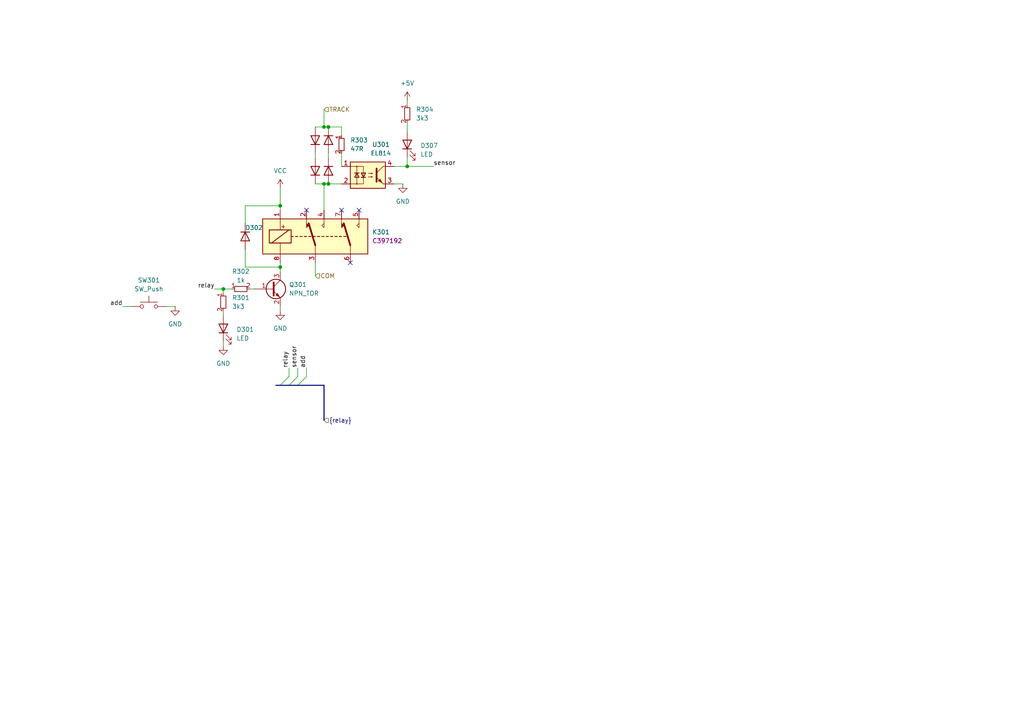
<source format=kicad_sch>
(kicad_sch (version 20230121) (generator eeschema)
  (paper "A4")
  (lib_symbols
    (symbol "custom_kicad_lib_sk:1N4148WS" (pin_numbers hide) (pin_names hide)
      (property "Reference" "D" (at 0 2.54 0))
      (property "Value" "1N4148WS" (at 0 -2.54 0))
      (symbol "1N4148WS_0_1"
        (polyline (pts (xy -1.27 1.27) (xy -1.27 -1.27)) (stroke (width 0.254)))
        (polyline (pts (xy 1.27 0) (xy -1.27 0)))
        (polyline (pts (xy 1.27 1.27) (xy 1.27 -1.27) (xy -1.27 0) (xy 1.27 1.27)) (stroke (width 0.254)))
      )
      (symbol "1N4148WS_1_1"
        (pin passive line (at -3.81 0 0) (length 2.54) (name "K") (number "1"))
        (pin passive line (at 3.81 0 180) (length 2.54) (name "A") (number "2"))
      )
    )
    (symbol "custom_kicad_lib_sk:EL814S" (pin_names (offset 1.016))
      (property "Reference" "U" (at -5.334 4.826 0))
      (property "Value" "EL814" (at 0 5.08 0))
      (symbol "EL814S_0_1"
        (rectangle (start -5.08 3.81) (end 5.08 -3.81) (stroke (width 0.254)) (fill (type background)))
        (circle (center -3.175 -2.54) (radius 0.127))
        (circle (center -3.175 2.54) (radius 0.127))
        (polyline (pts (xy -3.81 0.635) (xy -2.54 0.635)) (stroke (width 0.254)))
        (polyline (pts (xy -3.175 -0.635) (xy -3.175 -2.54)))
        (polyline (pts (xy -3.175 0.635) (xy -3.175 -0.635)))
        (polyline (pts (xy -3.175 0.635) (xy -3.175 2.54)))
        (polyline (pts (xy -1.905 -0.635) (xy -0.635 -0.635)) (stroke (width 0.254)))
        (polyline (pts (xy -1.27 0.635) (xy -1.27 -0.635)))
        (polyline (pts (xy 2.54 0.635) (xy 4.445 2.54)))
        (polyline (pts (xy 4.445 -2.54) (xy 2.54 -0.635)) (fill (type outline)))
        (polyline (pts (xy 4.445 -2.54) (xy 5.08 -2.54)))
        (polyline (pts (xy 4.445 2.54) (xy 5.08 2.54)))
        (polyline (pts (xy -5.08 2.54) (xy -1.27 2.54) (xy -1.27 0.635)))
        (polyline (pts (xy -1.27 -0.635) (xy -1.27 -2.54) (xy -5.08 -2.54)))
        (polyline (pts (xy 2.54 1.905) (xy 2.54 -1.905) (xy 2.54 -1.905)) (stroke (width 0.508)))
        (polyline (pts (xy -3.175 0.635) (xy -3.81 -0.635) (xy -2.54 -0.635) (xy -3.175 0.635)) (stroke (width 0.254)))
        (polyline (pts (xy -1.27 -0.635) (xy -1.905 0.635) (xy -0.635 0.635) (xy -1.27 -0.635)) (stroke (width 0.254)))
        (polyline (pts (xy 0.127 -0.508) (xy 1.397 -0.508) (xy 1.016 -0.635) (xy 1.016 -0.381) (xy 1.397 -0.508)))
        (polyline (pts (xy 0.127 0.508) (xy 1.397 0.508) (xy 1.016 0.381) (xy 1.016 0.635) (xy 1.397 0.508)))
        (polyline (pts (xy 3.048 -1.651) (xy 3.556 -1.143) (xy 4.064 -2.159) (xy 3.048 -1.651) (xy 3.048 -1.651)) (fill (type outline)))
      )
      (symbol "EL814S_1_1"
        (pin passive line (at -7.62 2.54 0) (length 2.54) (name "~") (number "1"))
        (pin passive line (at -7.62 -2.54 0) (length 2.54) (name "~") (number "2"))
        (pin passive line (at 7.62 -2.54 180) (length 2.54) (name "~") (number "3"))
        (pin passive line (at 7.62 2.54 180) (length 2.54) (name "~") (number "4"))
      )
    )
    (symbol "custom_kicad_lib_sk:G6K-2F-Y-TR DC12"
      (property "Reference" "K" (at 16.51 3.81 0))
      (property "JLCPCB Part#" "C397192" (at 0 0 0))
      (symbol "G6K-2F-Y-TR DC12_0_0"
        (text "+" (at -9.271 2.921 0) (effects (font (size 1.27 1.27))))
      )
      (symbol "G6K-2F-Y-TR DC12_0_1"
        (rectangle (start -15.24 5.08) (end 15.24 -5.08) (stroke (width 0.254)) (fill (type background)))
        (rectangle (start -13.335 1.905) (end -6.985 -1.905) (stroke (width 0.254)))
        (polyline (pts (xy -12.7 -1.905) (xy -7.62 1.905)) (stroke (width 0.254)))
        (polyline (pts (xy -10.16 -5.08) (xy -10.16 -1.905)))
        (polyline (pts (xy -10.16 5.08) (xy -10.16 1.905)))
        (polyline (pts (xy -6.985 0) (xy -6.35 0)) (stroke (width 0.254)))
        (polyline (pts (xy -5.715 0) (xy -5.08 0)) (stroke (width 0.254)))
        (polyline (pts (xy -4.445 0) (xy -3.81 0)) (stroke (width 0.254)))
        (polyline (pts (xy -3.175 0) (xy -2.54 0)) (stroke (width 0.254)))
        (polyline (pts (xy -1.905 0) (xy -1.27 0)) (stroke (width 0.254)))
        (polyline (pts (xy -0.635 0) (xy 0 0)) (stroke (width 0.254)))
        (polyline (pts (xy 0 -2.54) (xy -1.905 3.81)) (stroke (width 0.508)))
        (polyline (pts (xy 0 -2.54) (xy 0 -5.08)))
        (polyline (pts (xy 0.635 0) (xy 1.27 0)) (stroke (width 0.254)))
        (polyline (pts (xy 1.905 0) (xy 2.54 0)) (stroke (width 0.254)))
        (polyline (pts (xy 3.175 0) (xy 3.81 0)) (stroke (width 0.254)))
        (polyline (pts (xy 4.445 0) (xy 5.08 0)) (stroke (width 0.254)))
        (polyline (pts (xy 5.715 0) (xy 6.35 0)) (stroke (width 0.254)))
        (polyline (pts (xy 6.985 0) (xy 7.62 0)) (stroke (width 0.254)))
        (polyline (pts (xy 8.255 0) (xy 8.89 0)) (stroke (width 0.254)))
        (polyline (pts (xy 10.16 -2.54) (xy 8.255 3.81)) (stroke (width 0.508)))
        (polyline (pts (xy 10.16 -2.54) (xy 10.16 -5.08)))
        (polyline (pts (xy -2.54 5.08) (xy -2.54 2.54) (xy -1.905 3.175) (xy -2.54 3.81)) (fill (type outline)))
        (polyline (pts (xy 2.54 5.08) (xy 2.54 2.54) (xy 1.905 3.175) (xy 2.54 3.81)))
        (polyline (pts (xy 7.62 5.08) (xy 7.62 2.54) (xy 8.255 3.175) (xy 7.62 3.81)) (fill (type outline)))
        (polyline (pts (xy 12.7 5.08) (xy 12.7 2.54) (xy 12.065 3.175) (xy 12.7 3.81)))
      )
      (symbol "G6K-2F-Y-TR DC12_1_1"
        (pin passive line (at -10.16 7.62 270) (length 2.54) (name "~") (number "1"))
        (pin passive line (at -2.54 7.62 270) (length 2.54) (name "~") (number "2"))
        (pin passive line (at 0 -7.62 90) (length 2.54) (name "~") (number "3"))
        (pin passive line (at 2.54 7.62 270) (length 2.54) (name "~") (number "4"))
        (pin passive line (at 12.7 7.62 270) (length 2.54) (name "~") (number "5"))
        (pin passive line (at 10.16 -7.62 90) (length 2.54) (name "~") (number "6"))
        (pin passive line (at 7.62 7.62 270) (length 2.54) (name "~") (number "7"))
        (pin passive line (at -10.16 -7.62 90) (length 2.54) (name "~") (number "8"))
      )
    )
    (symbol "custom_kicad_lib_sk:LED" (pin_numbers hide) (pin_names (offset 1.016) hide)
      (property "Reference" "D" (at 0 2.54 0))
      (property "Value" "LED" (at 0 -2.54 0))
      (symbol "LED_0_1"
        (polyline (pts (xy -1.27 -1.27) (xy -1.27 1.27)) (stroke (width 0.254)))
        (polyline (pts (xy -1.27 0) (xy 1.27 0)))
        (polyline (pts (xy 1.27 -1.27) (xy 1.27 1.27) (xy -1.27 0) (xy 1.27 -1.27)) (stroke (width 0.254)))
        (polyline (pts (xy -3.048 -0.762) (xy -4.572 -2.286) (xy -3.81 -2.286) (xy -4.572 -2.286) (xy -4.572 -1.524)))
        (polyline (pts (xy -1.778 -0.762) (xy -3.302 -2.286) (xy -2.54 -2.286) (xy -3.302 -2.286) (xy -3.302 -1.524)))
      )
      (symbol "LED_1_1"
        (pin passive line (at -3.81 0 0) (length 2.54) (name "K") (number "1"))
        (pin passive line (at 3.81 0 180) (length 2.54) (name "A") (number "2"))
      )
    )
    (symbol "custom_kicad_lib_sk:NPN_TOR" (pin_names (offset 0) hide)
      (property "Reference" "Q" (at 5.08 1.905 0))
      (property "Value" "NPN_TOR" (at 5.08 0 0))
      (symbol "NPN_TOR_0_1"
        (polyline (pts (xy 0.635 0.635) (xy 2.54 2.54)))
        (polyline (pts (xy 0.635 -0.635) (xy 2.54 -2.54) (xy 2.54 -2.54)))
        (polyline (pts (xy 0.635 1.905) (xy 0.635 -1.905) (xy 0.635 -1.905)) (stroke (width 0.508)))
        (polyline (pts (xy 1.27 -1.778) (xy 1.778 -1.27) (xy 2.286 -2.286) (xy 1.27 -1.778) (xy 1.27 -1.778)) (fill (type outline)))
        (circle (center 1.27 0) (radius 2.8194) (stroke (width 0.254)))
      )
      (symbol "NPN_TOR_1_1"
        (pin input line (at -5.08 0 0) (length 5.715) (name "B") (number "1"))
        (pin passive line (at 2.54 -5.08 90) (length 2.54) (name "E") (number "2"))
        (pin passive line (at 2.54 5.08 270) (length 2.54) (name "C") (number "3"))
      )
    )
    (symbol "custom_kicad_lib_sk:SS53" (pin_numbers hide) (pin_names (offset 1.016) hide)
      (property "Reference" "D" (at 0 2.54 0))
      (property "Value" "SS53" (at 0 -1.27 0))
      (symbol "SS53_0_1"
        (polyline (pts (xy -1.27 2.54) (xy -1.27 0)) (stroke (width 0.254)))
        (polyline (pts (xy 1.27 1.27) (xy -1.27 1.27)))
        (polyline (pts (xy 1.27 2.54) (xy 1.27 0) (xy -1.27 1.27) (xy 1.27 2.54)) (stroke (width 0.254)))
      )
      (symbol "SS53_1_1"
        (pin passive line (at -3.81 1.27 0) (length 2.54) (name "K") (number "1"))
        (pin passive line (at 3.81 1.27 180) (length 2.54) (name "A") (number "2"))
      )
    )
    (symbol "custom_kicad_lib_sk:tactile_SMD_6mm" (pin_numbers hide) (pin_names (offset 1.016) hide)
      (property "Reference" "SW" (at 1.27 2.54 0))
      (property "Value" "SW_Push" (at 0 -1.524 0))
      (symbol "tactile_SMD_6mm_0_1"
        (circle (center -2.032 0) (radius 0.508))
        (polyline (pts (xy 0 1.27) (xy 0 3.048)))
        (polyline (pts (xy 2.54 1.27) (xy -2.54 1.27)))
        (circle (center 2.032 0) (radius 0.508))
        (pin passive line (at -5.08 0 0) (length 2.54) (name "1") (number "1"))
        (pin passive line (at 5.08 0 180) (length 2.54) (name "2") (number "2"))
      )
    )
    (symbol "power:+5V" (power) (pin_names (offset 0))
      (property "Value" "+5V" (at 0 3.556 0))
      (symbol "+5V_0_1"
        (polyline (pts (xy -0.762 1.27) (xy 0 2.54)))
        (polyline (pts (xy 0 0) (xy 0 2.54)))
        (polyline (pts (xy 0 2.54) (xy 0.762 1.27)))
      )
      (symbol "+5V_1_1"
        (pin power_in line (at 0 0 90) (length 0) hide (name "+5V") (number "1"))
      )
    )
    (symbol "power:GND" (power) (pin_names (offset 0))
      (property "Value" "GND" (at 0 -3.81 0))
      (symbol "GND_0_1"
        (polyline (pts (xy 0 0) (xy 0 -1.27) (xy 1.27 -1.27) (xy 0 -2.54) (xy -1.27 -1.27) (xy 0 -1.27)))
      )
      (symbol "GND_1_1"
        (pin power_in line (at 0 0 270) (length 0) hide (name "GND") (number "1"))
      )
    )
    (symbol "power:VCC" (power) (pin_names (offset 0))
      (property "Value" "VCC" (at 0 3.81 0))
      (symbol "VCC_0_1"
        (polyline (pts (xy -0.762 1.27) (xy 0 2.54)))
        (polyline (pts (xy 0 0) (xy 0 2.54)))
        (polyline (pts (xy 0 2.54) (xy 0.762 1.27)))
      )
      (symbol "VCC_1_1"
        (pin power_in line (at 0 0 90) (length 0) hide (name "VCC") (number "1"))
      )
    )
    (symbol "resistors_0603:R_1k_0603"
      (property "Reference" "R" (at 1.27 2.54 0))
      (property "Value" "1k" (at 2.54 -2.54 0))
      (symbol "R_1k_0603_0_1"
        (rectangle (start -0.762 1.778) (end 0.762 -1.778) (stroke (width 0.2032)))
      )
      (symbol "R_1k_0603_1_1"
        (pin passive line (at 0 2.54 270) (length 0.762) (name "~") (number "1"))
        (pin passive line (at 0 -2.54 90) (length 0.762) (name "~") (number "2"))
      )
    )
    (symbol "resistors_0603:R_3k3_0603"
      (property "Reference" "R" (at 1.27 2.54 0))
      (property "Value" "3k3" (at 2.54 -2.54 0))
      (symbol "R_3k3_0603_0_1"
        (rectangle (start -0.762 1.778) (end 0.762 -1.778) (stroke (width 0.2032)))
      )
      (symbol "R_3k3_0603_1_1"
        (pin passive line (at 0 2.54 270) (length 0.762) (name "~") (number "1"))
        (pin passive line (at 0 -2.54 90) (length 0.762) (name "~") (number "2"))
      )
    )
    (symbol "resistors_0603:R_47R_0603"
      (property "Reference" "R" (at 1.27 2.54 0))
      (property "Value" "47R" (at 2.54 -2.54 0))
      (symbol "R_47R_0603_0_1"
        (rectangle (start -0.762 1.778) (end 0.762 -1.778) (stroke (width 0.2032)))
      )
      (symbol "R_47R_0603_1_1"
        (pin passive line (at 0 2.54 270) (length 0.762) (name "~") (number "1"))
        (pin passive line (at 0 -2.54 90) (length 0.762) (name "~") (number "2"))
      )
    )
  )
  (junction (at 93.98 36.83))
  (junction (at 93.98 53.34))
  (junction (at 64.77 83.82))
  (junction (at 95.25 53.34))
  (junction (at 118.11 48.26))
  (junction (at 81.28 77.47))
  (junction (at 95.25 36.83))
  (junction (at 81.28 59.69))
  (no_connect (at 104.14 60.96))
  (no_connect (at 99.06 60.96))
  (no_connect (at 88.9 60.96))
  (no_connect (at 101.6 76.2))
  (bus_entry (at 81.28 111.76) (size 2.54 -2.54))
  (bus_entry (at 86.36 111.76) (size 2.54 -2.54))
  (bus_entry (at 83.82 111.76) (size 2.54 -2.54))
  (wire (pts (xy 118.11 45.72) (xy 118.11 48.26)))
  (wire (pts (xy 114.3 53.34) (xy 116.84 53.34)))
  (wire (pts (xy 93.98 31.75) (xy 93.98 36.83)))
  (wire (pts (xy 64.77 83.82) (xy 64.77 85.09)))
  (bus (pts (xy 83.82 111.76) (xy 86.36 111.76)))
  (wire (pts (xy 93.98 53.34) (xy 93.98 60.96)))
  (wire (pts (xy 71.12 77.47) (xy 71.12 72.39)))
  (bus (pts (xy 86.36 111.76) (xy 93.98 111.76)))
  (wire (pts (xy 72.39 83.82) (xy 73.66 83.82)))
  (wire (pts (xy 71.12 59.69) (xy 71.12 64.77)))
  (wire (pts (xy 48.26 88.9) (xy 50.8 88.9)))
  (wire (pts (xy 91.44 45.72) (xy 91.44 44.45)))
  (wire (pts (xy 81.28 76.2) (xy 81.28 77.47)))
  (wire (pts (xy 64.77 99.06) (xy 64.77 100.33)))
  (wire (pts (xy 81.28 88.9) (xy 81.28 90.17)))
  (wire (pts (xy 62.23 83.82) (xy 64.77 83.82)))
  (wire (pts (xy 83.82 106.68) (xy 83.82 109.22)))
  (wire (pts (xy 91.44 76.2) (xy 91.44 80.01)))
  (bus (pts (xy 80.01 111.76) (xy 81.28 111.76)))
  (wire (pts (xy 81.28 77.47) (xy 71.12 77.47)))
  (wire (pts (xy 81.28 60.96) (xy 81.28 59.69)))
  (wire (pts (xy 99.06 36.83) (xy 95.25 36.83)))
  (wire (pts (xy 95.25 36.83) (xy 93.98 36.83)))
  (wire (pts (xy 95.25 45.72) (xy 95.25 44.45)))
  (wire (pts (xy 91.44 53.34) (xy 93.98 53.34)))
  (wire (pts (xy 93.98 36.83) (xy 91.44 36.83)))
  (wire (pts (xy 88.9 106.68) (xy 88.9 109.22)))
  (wire (pts (xy 95.25 53.34) (xy 99.06 53.34)))
  (wire (pts (xy 118.11 29.21) (xy 118.11 30.48)))
  (wire (pts (xy 93.98 53.34) (xy 95.25 53.34)))
  (wire (pts (xy 81.28 59.69) (xy 71.12 59.69)))
  (bus (pts (xy 93.98 121.92) (xy 93.98 111.76)))
  (wire (pts (xy 118.11 35.56) (xy 118.11 38.1)))
  (wire (pts (xy 64.77 83.82) (xy 67.31 83.82)))
  (wire (pts (xy 64.77 90.17) (xy 64.77 91.44)))
  (wire (pts (xy 35.56 88.9) (xy 38.1 88.9)))
  (wire (pts (xy 99.06 39.37) (xy 99.06 36.83)))
  (wire (pts (xy 81.28 54.61) (xy 81.28 59.69)))
  (wire (pts (xy 86.36 106.68) (xy 86.36 109.22)))
  (wire (pts (xy 99.06 44.45) (xy 99.06 48.26)))
  (wire (pts (xy 81.28 77.47) (xy 81.28 78.74)))
  (wire (pts (xy 114.3 48.26) (xy 118.11 48.26)))
  (bus (pts (xy 81.28 111.76) (xy 83.82 111.76)))
  (wire (pts (xy 118.11 48.26) (xy 125.73 48.26)))
  (label "relay" (at 83.82 106.68 90))
  (label "add" (at 35.56 88.9 180))
  (label "sensor" (at 125.73 48.26 0))
  (label "sensor" (at 86.36 106.68 90))
  (label "add" (at 88.9 106.68 90))
  (label "relay" (at 62.23 83.82 180))
  (hierarchical_label "TRACK" (shape input) (at 93.98 31.75 0))
  (hierarchical_label "{relay}" (shape input) (at 93.98 121.92 0))
  (hierarchical_label "COM" (shape input) (at 91.44 80.01 0))
  (symbol (lib_id "custom_kicad_lib_sk:LED") (at 64.77 95.25 90) (unit 1)
    (property "Reference" "D301" (at 68.58 95.5675 90) (effects (justify right)))
    (property "Value" "LED" (at 68.58 98.1075 90) (effects (justify right)))
    (property "Footprint" "LED_SMD:LED_0805_2012Metric_Pad1.15x1.40mm_HandSolder" (effects hide))
    (property "JLCPCB Part#" "C2296" (effects hide))
    (instances (project "relayTrackerController" (path "" (reference "D301") (unit 1)) (path "" (reference "D501") (unit 1))))
  )
  (symbol (lib_id "power:GND") (at 116.84 53.34 0) (unit 1)
    (property "Reference" "#PWR0302" (effects hide))
    (property "Value" "GND" (at 116.84 58.42 0))
    (instances (project "relayTrackerController" (path "" (reference "#PWR0302") (unit 1)) (path "" (reference "#PWR0505") (unit 1))))
  )
  (symbol (lib_id "custom_kicad_lib_sk:SS53") (at 92.71 40.64 90) (unit 1)
    (property "Reference" "D303" (effects hide))
    (property "Value" "SS53" (effects hide))
    (property "Footprint" "Diode_SMD:D_SMA" (effects hide))
    (property "Sim.Device" "D" (effects hide))
    (property "Sim.Pins" "1=K 2=A" (effects hide))
    (property "JLCPCB Part#" "C8678" (effects hide))
    (instances (project "relayTrackerController" (path "" (reference "D303") (unit 1)) (path "" (reference "D503") (unit 1))))
  )
  (symbol (lib_id "custom_kicad_lib_sk:LED") (at 118.11 41.91 90) (unit 1)
    (property "Reference" "D307" (at 121.92 42.2275 90) (effects (justify right)))
    (property "Value" "LED" (at 121.92 44.7675 90) (effects (justify right)))
    (property "Footprint" "LED_SMD:LED_0805_2012Metric_Pad1.15x1.40mm_HandSolder" (effects hide))
    (property "JLCPCB Part#" "C2296" (effects hide))
    (instances (project "relayTrackerController" (path "" (reference "D307") (unit 1)) (path "" (reference "D507") (unit 1))))
  )
  (symbol (lib_id "power:+5V") (at 118.11 29.21 0) (unit 1)
    (property "Reference" "#PWR0306" (effects hide))
    (property "Value" "+5V" (at 118.11 24.13 0))
    (instances (project "relayTrackerController" (path "" (reference "#PWR0306") (unit 1)) (path "" (reference "#PWR0506") (unit 1))))
  )
  (symbol (lib_id "custom_kicad_lib_sk:EL814S") (at 106.68 50.8 0) (unit 1)
    (property "Reference" "U301" (at 110.49 41.91 0))
    (property "Value" "EL814" (at 110.49 44.45 0))
    (property "Footprint" "Package_DIP:SMDIP-4_W9.53mm" (effects hide))
    (property "Datasheet" "http://www.everlight.com/file/ProductFile/EL814.pdf" (effects hide))
    (property "JLCPCB Part#" "C500388" (effects hide))
    (instances (project "relayTrackerController" (path "" (reference "U301") (unit 1)) (path "" (reference "U501") (unit 1))))
  )
  (symbol (lib_id "resistors_0603:R_47R_0603") (at 99.06 41.91 0) (unit 1)
    (property "Reference" "R303" (at 101.6 40.64 0) (effects (justify left)))
    (property "Value" "47R" (at 101.6 43.18 0) (effects (justify left)))
    (property "Footprint" "custom_kicad_lib_sk:R_0603_smalltext" (effects hide))
    (property "JLCPCB Part#" "C23182" (effects hide))
    (instances (project "relayTrackerController" (path "" (reference "R303") (unit 1)) (path "" (reference "R507") (unit 1))))
  )
  (symbol (lib_id "custom_kicad_lib_sk:G6K-2F-Y-TR DC12") (at 91.44 68.58 0) (unit 1)
    (property "Reference" "K301" (at 107.95 67.31 0) (effects (justify left)))
    (property "Value" "G6K-2F-Y-TR DC12" (effects hide))
    (property "Footprint" "Relay_SMD:Relay_DPDT_Omron_G6K-2F-Y" (effects hide))
    (property "Datasheet" "http://omronfs.omron.com/en_US/ecb/products/pdf/en-g6k.pdf" (effects hide))
    (property "JLCPCB Part#" "C397192" (at 107.95 69.85 0) (effects (justify left)))
    (instances (project "relayTrackerController" (path "" (reference "K301") (unit 1)) (path "" (reference "K501") (unit 1))))
  )
  (symbol (lib_id "resistors_0603:R_3k3_0603") (at 118.11 33.02 0) (unit 1)
    (property "Reference" "R304" (at 120.65 31.75 0) (effects (justify left)))
    (property "Value" "3k3" (at 120.65 34.29 0) (effects (justify left)))
    (property "Footprint" "custom_kicad_lib_sk:R_0603_smalltext" (effects hide))
    (property "JLCPCB Part#" "C22978" (effects hide))
    (instances (project "relayTrackerController" (path "" (reference "R304") (unit 1)) (path "" (reference "R508") (unit 1))))
  )
  (symbol (lib_id "custom_kicad_lib_sk:SS53") (at 93.98 49.53 270) (unit 1)
    (property "Reference" "D306" (effects hide))
    (property "Value" "SS53" (effects hide))
    (property "Footprint" "Diode_SMD:D_SMA" (effects hide))
    (property "Sim.Device" "D" (effects hide))
    (property "Sim.Pins" "1=K 2=A" (effects hide))
    (property "JLCPCB Part#" "C8678" (effects hide))
    (instances (project "relayTrackerController" (path "" (reference "D306") (unit 1)) (path "" (reference "D506") (unit 1))))
  )
  (symbol (lib_id "custom_kicad_lib_sk:NPN_TOR") (at 78.74 83.82 0) (unit 1)
    (property "Reference" "Q301" (at 83.82 82.55 0) (effects (justify left)))
    (property "Value" "NPN_TOR" (at 83.82 85.09 0) (effects (justify left)))
    (property "Footprint" "Package_TO_SOT_SMD:SOT-23" (effects hide))
    (property "JLCPCB Part#" "C2145" (effects hide))
    (instances (project "relayTrackerController" (path "" (reference "Q301") (unit 1)) (path "" (reference "Q507") (unit 1))))
  )
  (symbol (lib_id "power:GND") (at 50.8 88.9 0) (unit 1)
    (property "Reference" "#PWR0304" (effects hide))
    (property "Value" "GND" (at 50.8 93.98 0))
    (instances (project "relayTrackerController" (path "" (reference "#PWR0304") (unit 1)) (path "" (reference "#PWR0501") (unit 1))))
  )
  (symbol (lib_id "resistors_0603:R_3k3_0603") (at 64.77 87.63 0) (unit 1)
    (property "Reference" "R301" (at 67.31 86.36 0) (effects (justify left)))
    (property "Value" "3k3" (at 67.31 88.9 0) (effects (justify left)))
    (property "Footprint" "custom_kicad_lib_sk:R_0603_smalltext" (effects hide))
    (property "JLCPCB Part#" "C22978" (effects hide))
    (instances (project "relayTrackerController" (path "" (reference "R301") (unit 1)) (path "" (reference "R505") (unit 1))))
  )
  (symbol (lib_id "custom_kicad_lib_sk:SS53") (at 92.71 49.53 90) (unit 1)
    (property "Reference" "D304" (effects hide))
    (property "Value" "SS53" (effects hide))
    (property "Footprint" "Diode_SMD:D_SMA" (effects hide))
    (property "Sim.Device" "D" (effects hide))
    (property "Sim.Pins" "1=K 2=A" (effects hide))
    (property "JLCPCB Part#" "C8678" (effects hide))
    (instances (project "relayTrackerController" (path "" (reference "D304") (unit 1)) (path "" (reference "D504") (unit 1))))
  )
  (symbol (lib_id "power:GND") (at 81.28 90.17 0) (unit 1)
    (property "Reference" "#PWR0301" (effects hide))
    (property "Value" "GND" (at 81.28 95.25 0))
    (instances (project "relayTrackerController" (path "" (reference "#PWR0301") (unit 1)) (path "" (reference "#PWR0504") (unit 1))))
  )
  (symbol (lib_id "custom_kicad_lib_sk:1N4148WS") (at 71.12 68.58 270) (unit 1)
    (property "Reference" "D302" (at 71.12 66.04 90) (effects (justify left)))
    (property "Value" "1N4148WS" (effects hide))
    (property "Footprint" "Diode_SMD:D_SOD-323" (effects hide))
    (property "Datasheet" "https://www.vishay.com/docs/85751/1n4148ws.pdf" (effects hide))
    (property "Sim.Device" "D" (effects hide))
    (property "Sim.Pins" "1=K 2=A" (effects hide))
    (property "JLCPCB Part#" "C2128" (effects hide))
    (instances (project "relayTrackerController" (path "" (reference "D302") (unit 1)) (path "" (reference "D502") (unit 1))))
  )
  (symbol (lib_id "power:VCC") (at 81.28 54.61 0) (unit 1)
    (property "Reference" "#PWR0305" (effects hide))
    (property "Value" "VCC" (at 81.28 49.53 0))
    (instances (project "relayTrackerController" (path "" (reference "#PWR0305") (unit 1)) (path "" (reference "#PWR0503") (unit 1))))
  )
  (symbol (lib_id "custom_kicad_lib_sk:tactile_SMD_6mm") (at 43.18 88.9 0) (unit 1)
    (property "Reference" "SW301" (at 43.18 81.28 0))
    (property "Value" "SW_Push" (at 43.18 83.82 0))
    (property "Footprint" "custom_kicad_lib_sk:tactile_SMD_6mm" (effects hide))
    (property "JLCPCB Part#" "C294569" (effects hide))
    (instances (project "relayTrackerController" (path "" (reference "SW301") (unit 1)) (path "" (reference "SW501") (unit 1))))
  )
  (symbol (lib_id "resistors_0603:R_1k_0603") (at 69.85 83.82 90) (unit 1)
    (property "Reference" "R302" (at 69.85 78.74 90))
    (property "Value" "1k" (at 69.85 81.28 90))
    (property "Footprint" "custom_kicad_lib_sk:R_0603_smalltext" (effects hide))
    (property "JLCPCB Part#" "C21190" (effects hide))
    (instances (project "relayTrackerController" (path "" (reference "R302") (unit 1)) (path "" (reference "R506") (unit 1))))
  )
  (symbol (lib_id "custom_kicad_lib_sk:SS53") (at 93.98 40.64 270) (unit 1)
    (property "Reference" "D305" (effects hide))
    (property "Value" "SS53" (effects hide))
    (property "Footprint" "Diode_SMD:D_SMA" (effects hide))
    (property "Sim.Device" "D" (effects hide))
    (property "Sim.Pins" "1=K 2=A" (effects hide))
    (property "JLCPCB Part#" "C8678" (effects hide))
    (instances (project "relayTrackerController" (path "" (reference "D305") (unit 1)) (path "" (reference "D505") (unit 1))))
  )
  (symbol (lib_id "power:GND") (at 64.77 100.33 0) (unit 1)
    (property "Reference" "#PWR0303" (effects hide))
    (property "Value" "GND" (at 64.77 105.41 0))
    (instances (project "relayTrackerController" (path "" (reference "#PWR0303") (unit 1)) (path "" (reference "#PWR0502") (unit 1))))
  )
)
</source>
